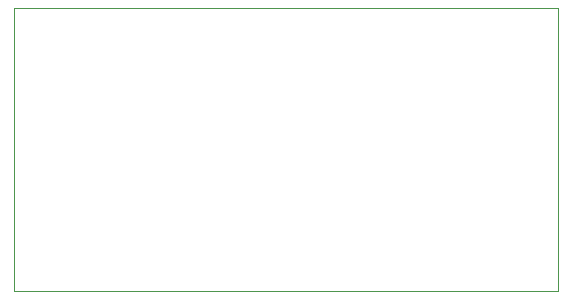
<source format=gbr>
%TF.GenerationSoftware,KiCad,Pcbnew,(6.0.0)*%
%TF.CreationDate,2022-12-15T23:32:01-05:00*%
%TF.ProjectId,FanExpander,46616e45-7870-4616-9e64-65722e6b6963,rev?*%
%TF.SameCoordinates,Original*%
%TF.FileFunction,Profile,NP*%
%FSLAX46Y46*%
G04 Gerber Fmt 4.6, Leading zero omitted, Abs format (unit mm)*
G04 Created by KiCad (PCBNEW (6.0.0)) date 2022-12-15 23:32:01*
%MOMM*%
%LPD*%
G01*
G04 APERTURE LIST*
%TA.AperFunction,Profile*%
%ADD10C,0.100000*%
%TD*%
G04 APERTURE END LIST*
D10*
X77000000Y-92000000D02*
X123000000Y-92000000D01*
X123000000Y-92000000D02*
X123000000Y-116000000D01*
X123000000Y-116000000D02*
X77000000Y-116000000D01*
X77000000Y-116000000D02*
X77000000Y-92000000D01*
M02*

</source>
